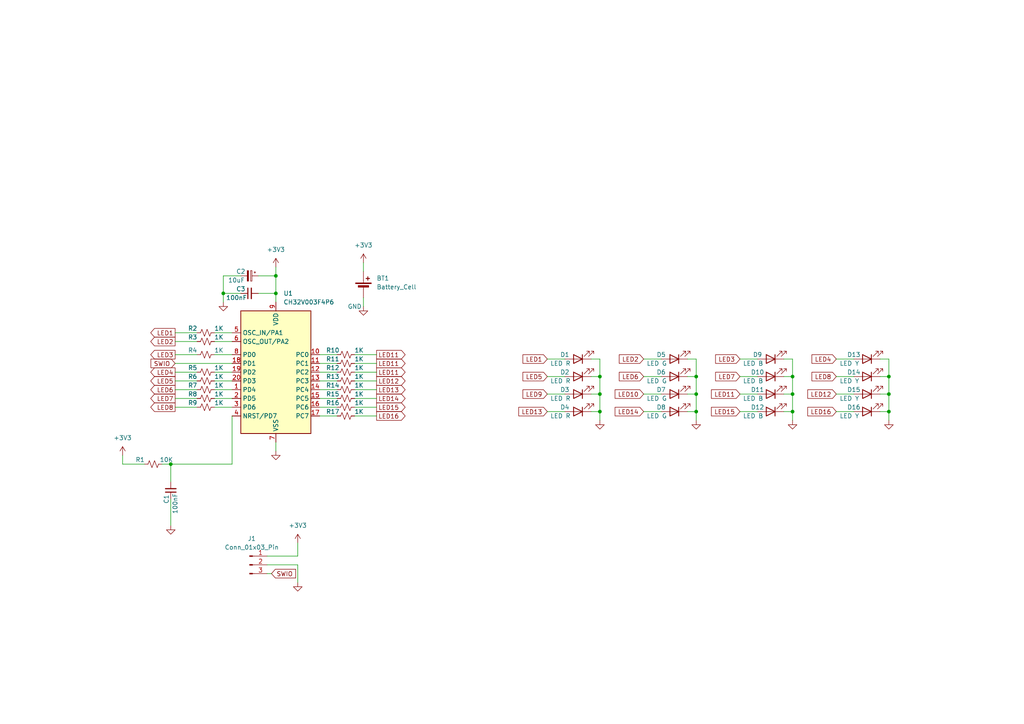
<source format=kicad_sch>
(kicad_sch (version 20230121) (generator eeschema)
  (paper "A4")
  (lib_symbols
    (symbol "Connector:Conn_01x03_Pin" (pin_names (offset 1.016) hide)
      (property "Reference" "J" (at 0 5.08 0))
      (property "Value" "Conn_01x03_Pin" (at 0 -5.08 0))
      (symbol "Conn_01x03_Pin_1_1"
        (polyline (pts (xy 1.27 -2.54) (xy 0.8636 -2.54)) (stroke (width 0.1524)))
        (polyline (pts (xy 1.27 0) (xy 0.8636 0)) (stroke (width 0.1524)))
        (polyline (pts (xy 1.27 2.54) (xy 0.8636 2.54)) (stroke (width 0.1524)))
        (rectangle (start 0.8636 -2.413) (end 0 -2.667) (stroke (width 0.1524)) (fill (type outline)))
        (rectangle (start 0.8636 0.127) (end 0 -0.127) (stroke (width 0.1524)) (fill (type outline)))
        (rectangle (start 0.8636 2.667) (end 0 2.413) (stroke (width 0.1524)) (fill (type outline)))
        (pin passive line (at 5.08 2.54 180) (length 3.81) (name "Pin_1") (number "1"))
        (pin passive line (at 5.08 0 180) (length 3.81) (name "Pin_2") (number "2"))
        (pin passive line (at 5.08 -2.54 180) (length 3.81) (name "Pin_3") (number "3"))
      )
    )
    (symbol "Device:Battery_Cell" (pin_numbers hide) (pin_names (offset 0) hide)
      (property "Reference" "BT" (at 2.54 2.54 0))
      (property "Value" "Battery_Cell" (at 2.54 0 0))
      (symbol "Battery_Cell_0_1"
        (rectangle (start -2.286 1.778) (end 2.286 1.524) (fill (type outline)))
        (rectangle (start -1.524 1.016) (end 1.524 0.508) (fill (type outline)))
        (polyline (pts (xy 0 0.762) (xy 0 0)))
        (polyline (pts (xy 0 1.778) (xy 0 2.54)))
        (polyline (pts (xy 0.762 3.048) (xy 1.778 3.048)) (stroke (width 0.254)))
        (polyline (pts (xy 1.27 3.556) (xy 1.27 2.54)) (stroke (width 0.254)))
      )
      (symbol "Battery_Cell_1_1"
        (pin passive line (at 0 5.08 270) (length 2.54) (name "+") (number "1"))
        (pin passive line (at 0 -2.54 90) (length 2.54) (name "-") (number "2"))
      )
    )
    (symbol "Device:C_Polarized_Small" (pin_numbers hide) (pin_names (offset 0.254) hide)
      (property "Reference" "C" (at 0.254 1.778 0))
      (property "Value" "C_Polarized_Small" (at 0.254 -2.032 0))
      (symbol "C_Polarized_Small_0_1"
        (rectangle (start -1.524 -0.3048) (end 1.524 -0.6858) (fill (type outline)))
        (rectangle (start -1.524 0.6858) (end 1.524 0.3048))
        (polyline (pts (xy -1.27 1.524) (xy -0.762 1.524)))
        (polyline (pts (xy -1.016 1.27) (xy -1.016 1.778)))
      )
      (symbol "C_Polarized_Small_1_1"
        (pin passive line (at 0 2.54 270) (length 1.8542) (name "~") (number "1"))
        (pin passive line (at 0 -2.54 90) (length 1.8542) (name "~") (number "2"))
      )
    )
    (symbol "Device:C_Small" (pin_numbers hide) (pin_names (offset 0.254) hide)
      (property "Reference" "C" (at 0.254 1.778 0))
      (property "Value" "C_Small" (at 0.254 -2.032 0))
      (symbol "C_Small_0_1"
        (polyline (pts (xy -1.524 -0.508) (xy 1.524 -0.508)) (stroke (width 0.3302)))
        (polyline (pts (xy -1.524 0.508) (xy 1.524 0.508)) (stroke (width 0.3048)))
      )
      (symbol "C_Small_1_1"
        (pin passive line (at 0 2.54 270) (length 2.032) (name "~") (number "1"))
        (pin passive line (at 0 -2.54 90) (length 2.032) (name "~") (number "2"))
      )
    )
    (symbol "Device:LED" (pin_numbers hide) (pin_names (offset 1.016) hide)
      (property "Reference" "D" (at 0 2.54 0))
      (property "Value" "LED" (at 0 -2.54 0))
      (symbol "LED_0_1"
        (polyline (pts (xy -1.27 -1.27) (xy -1.27 1.27)) (stroke (width 0.254)))
        (polyline (pts (xy -1.27 0) (xy 1.27 0)))
        (polyline (pts (xy 1.27 -1.27) (xy 1.27 1.27) (xy -1.27 0) (xy 1.27 -1.27)) (stroke (width 0.254)))
        (polyline (pts (xy -3.048 -0.762) (xy -4.572 -2.286) (xy -3.81 -2.286) (xy -4.572 -2.286) (xy -4.572 -1.524)))
        (polyline (pts (xy -1.778 -0.762) (xy -3.302 -2.286) (xy -2.54 -2.286) (xy -3.302 -2.286) (xy -3.302 -1.524)))
      )
      (symbol "LED_1_1"
        (pin passive line (at -3.81 0 0) (length 2.54) (name "K") (number "1"))
        (pin passive line (at 3.81 0 180) (length 2.54) (name "A") (number "2"))
      )
    )
    (symbol "Device:R_Small_US" (pin_numbers hide) (pin_names (offset 0.254) hide)
      (property "Reference" "R" (at 0.762 0.508 0))
      (property "Value" "R_Small_US" (at 0.762 -1.016 0))
      (symbol "R_Small_US_1_1"
        (polyline (pts (xy 0 0) (xy 1.016 -0.381) (xy 0 -0.762) (xy -1.016 -1.143) (xy 0 -1.524)))
        (polyline (pts (xy 0 1.524) (xy 1.016 1.143) (xy 0 0.762) (xy -1.016 0.381) (xy 0 0)))
        (pin passive line (at 0 2.54 270) (length 1.016) (name "~") (number "1"))
        (pin passive line (at 0 -2.54 90) (length 1.016) (name "~") (number "2"))
      )
    )
    (symbol "power:+3V3" (power) (pin_names (offset 0))
      (property "Value" "+3V3" (at 0 3.556 0))
      (symbol "+3V3_0_1"
        (polyline (pts (xy -0.762 1.27) (xy 0 2.54)))
        (polyline (pts (xy 0 0) (xy 0 2.54)))
        (polyline (pts (xy 0 2.54) (xy 0.762 1.27)))
      )
      (symbol "+3V3_1_1"
        (pin power_in line (at 0 0 90) (length 0) hide (name "+3V3") (number "1"))
      )
    )
    (symbol "power:GND" (power) (pin_names (offset 0))
      (property "Value" "GND" (at 0 -3.81 0))
      (symbol "GND_0_1"
        (polyline (pts (xy 0 0) (xy 0 -1.27) (xy 1.27 -1.27) (xy 0 -2.54) (xy -1.27 -1.27) (xy 0 -1.27)))
      )
      (symbol "GND_1_1"
        (pin power_in line (at 0 0 270) (length 0) hide (name "GND") (number "1"))
      )
    )
    (symbol "wch_mcu:CH32V003F4P6"
      (property "Reference" "U" (at 15.24 -24.13 0))
      (property "Value" "CH32V003F4P6" (at 16.51 -21.59 0))
      (symbol "CH32V003F4P6_0_1"
        (rectangle (start -10.16 17.78) (end 10.16 -17.78) (stroke (width 0.254)) (fill (type background)))
      )
      (symbol "CH32V003F4P6_1_1"
        (pin bidirectional line (at -12.7 -5.08 0) (length 2.54) (name "PD4") (number "1"))
        (pin bidirectional line (at 12.7 5.08 180) (length 2.54) (name "PC0") (number "10"))
        (pin bidirectional line (at 12.7 2.54 180) (length 2.54) (name "PC1") (number "11"))
        (pin bidirectional line (at 12.7 0 180) (length 2.54) (name "PC2") (number "12"))
        (pin bidirectional line (at 12.7 -2.54 180) (length 2.54) (name "PC3") (number "13"))
        (pin bidirectional line (at 12.7 -5.08 180) (length 2.54) (name "PC4") (number "14"))
        (pin bidirectional line (at 12.7 -7.62 180) (length 2.54) (name "PC5") (number "15"))
        (pin bidirectional line (at 12.7 -10.16 180) (length 2.54) (name "PC6") (number "16"))
        (pin bidirectional line (at 12.7 -12.7 180) (length 2.54) (name "PC7") (number "17"))
        (pin bidirectional line (at -12.7 2.54 0) (length 2.54) (name "PD1") (number "18"))
        (pin bidirectional line (at -12.7 0 0) (length 2.54) (name "PD2") (number "19"))
        (pin bidirectional line (at -12.7 -7.62 0) (length 2.54) (name "PD5") (number "2"))
        (pin bidirectional line (at -12.7 -2.54 0) (length 2.54) (name "PD3") (number "20"))
        (pin bidirectional line (at -12.7 -10.16 0) (length 2.54) (name "PD6") (number "3"))
        (pin input line (at -12.7 -12.7 0) (length 2.54) (name "NRST/PD7") (number "4"))
        (pin input line (at -12.7 11.43 0) (length 2.54) (name "OSC_IN/PA1") (number "5"))
        (pin input line (at -12.7 8.89 0) (length 2.54) (name "OSC_OUT/PA2") (number "6"))
        (pin power_in line (at 0 -20.32 90) (length 2.54) (name "VSS") (number "7"))
        (pin bidirectional line (at -12.7 5.08 0) (length 2.54) (name "PD0") (number "8"))
        (pin power_in line (at 0 20.32 270) (length 2.54) (name "VDD") (number "9"))
      )
    )
  )
  (junction (at 257.81 114.3))
  (junction (at 80.01 80.01))
  (junction (at 229.87 119.38))
  (junction (at 257.81 119.38))
  (junction (at 64.77 85.09))
  (junction (at 49.53 134.62))
  (junction (at 201.93 109.22))
  (junction (at 173.99 119.38))
  (junction (at 201.93 114.3))
  (junction (at 173.99 114.3))
  (junction (at 229.87 114.3))
  (junction (at 80.01 85.09))
  (junction (at 257.81 109.22))
  (junction (at 173.99 109.22))
  (junction (at 229.87 109.22))
  (junction (at 201.93 119.38))
  (wire (pts (xy 229.87 114.3) (xy 229.87 119.38)))
  (wire (pts (xy 227.33 114.3) (xy 229.87 114.3)))
  (wire (pts (xy 86.36 163.83) (xy 86.36 168.91)))
  (wire (pts (xy 186.69 109.22) (xy 191.77 109.22)))
  (wire (pts (xy 158.75 104.14) (xy 163.83 104.14)))
  (wire (pts (xy 67.31 134.62) (xy 67.31 120.65)))
  (wire (pts (xy 92.71 107.95) (xy 97.79 107.95)))
  (wire (pts (xy 92.71 102.87) (xy 97.79 102.87)))
  (wire (pts (xy 255.27 104.14) (xy 257.81 104.14)))
  (wire (pts (xy 257.81 114.3) (xy 257.81 119.38)))
  (wire (pts (xy 105.41 86.36) (xy 105.41 88.9)))
  (wire (pts (xy 80.01 130.81) (xy 80.01 128.27)))
  (wire (pts (xy 62.23 115.57) (xy 67.31 115.57)))
  (wire (pts (xy 62.23 99.06) (xy 67.31 99.06)))
  (wire (pts (xy 199.39 114.3) (xy 201.93 114.3)))
  (wire (pts (xy 227.33 109.22) (xy 229.87 109.22)))
  (wire (pts (xy 50.8 96.52) (xy 57.15 96.52)))
  (wire (pts (xy 102.87 115.57) (xy 109.22 115.57)))
  (wire (pts (xy 173.99 109.22) (xy 173.99 114.3)))
  (wire (pts (xy 229.87 109.22) (xy 229.87 114.3)))
  (wire (pts (xy 201.93 109.22) (xy 201.93 114.3)))
  (wire (pts (xy 86.36 157.48) (xy 86.36 161.29)))
  (wire (pts (xy 102.87 118.11) (xy 109.22 118.11)))
  (wire (pts (xy 50.8 113.03) (xy 57.15 113.03)))
  (wire (pts (xy 242.57 109.22) (xy 247.65 109.22)))
  (wire (pts (xy 92.71 113.03) (xy 97.79 113.03)))
  (wire (pts (xy 50.8 107.95) (xy 57.15 107.95)))
  (wire (pts (xy 171.45 114.3) (xy 173.99 114.3)))
  (wire (pts (xy 74.93 80.01) (xy 80.01 80.01)))
  (wire (pts (xy 46.99 134.62) (xy 49.53 134.62)))
  (wire (pts (xy 80.01 80.01) (xy 80.01 85.09)))
  (wire (pts (xy 64.77 80.01) (xy 64.77 85.09)))
  (wire (pts (xy 80.01 85.09) (xy 80.01 87.63)))
  (wire (pts (xy 242.57 104.14) (xy 247.65 104.14)))
  (wire (pts (xy 77.47 163.83) (xy 86.36 163.83)))
  (wire (pts (xy 67.31 134.62) (xy 49.53 134.62)))
  (wire (pts (xy 102.87 107.95) (xy 109.22 107.95)))
  (wire (pts (xy 49.53 144.78) (xy 49.53 152.4)))
  (wire (pts (xy 186.69 119.38) (xy 191.77 119.38)))
  (wire (pts (xy 102.87 110.49) (xy 109.22 110.49)))
  (wire (pts (xy 199.39 119.38) (xy 201.93 119.38)))
  (wire (pts (xy 62.23 107.95) (xy 67.31 107.95)))
  (wire (pts (xy 255.27 119.38) (xy 257.81 119.38)))
  (wire (pts (xy 214.63 114.3) (xy 219.71 114.3)))
  (wire (pts (xy 64.77 85.09) (xy 64.77 87.63)))
  (wire (pts (xy 62.23 102.87) (xy 67.31 102.87)))
  (wire (pts (xy 50.8 102.87) (xy 57.15 102.87)))
  (wire (pts (xy 255.27 109.22) (xy 257.81 109.22)))
  (wire (pts (xy 201.93 114.3) (xy 201.93 119.38)))
  (wire (pts (xy 173.99 119.38) (xy 173.99 121.92)))
  (wire (pts (xy 64.77 85.09) (xy 69.85 85.09)))
  (wire (pts (xy 102.87 120.65) (xy 109.22 120.65)))
  (wire (pts (xy 171.45 109.22) (xy 173.99 109.22)))
  (wire (pts (xy 227.33 119.38) (xy 229.87 119.38)))
  (wire (pts (xy 214.63 104.14) (xy 219.71 104.14)))
  (wire (pts (xy 92.71 118.11) (xy 97.79 118.11)))
  (wire (pts (xy 92.71 110.49) (xy 97.79 110.49)))
  (wire (pts (xy 62.23 110.49) (xy 67.31 110.49)))
  (wire (pts (xy 173.99 114.3) (xy 173.99 119.38)))
  (wire (pts (xy 158.75 119.38) (xy 163.83 119.38)))
  (wire (pts (xy 50.8 110.49) (xy 57.15 110.49)))
  (wire (pts (xy 69.85 80.01) (xy 64.77 80.01)))
  (wire (pts (xy 49.53 134.62) (xy 49.53 139.7)))
  (wire (pts (xy 255.27 114.3) (xy 257.81 114.3)))
  (wire (pts (xy 74.93 85.09) (xy 80.01 85.09)))
  (wire (pts (xy 186.69 114.3) (xy 191.77 114.3)))
  (wire (pts (xy 102.87 102.87) (xy 109.22 102.87)))
  (wire (pts (xy 173.99 104.14) (xy 173.99 109.22)))
  (wire (pts (xy 171.45 119.38) (xy 173.99 119.38)))
  (wire (pts (xy 80.01 77.47) (xy 80.01 80.01)))
  (wire (pts (xy 92.71 120.65) (xy 97.79 120.65)))
  (wire (pts (xy 102.87 113.03) (xy 109.22 113.03)))
  (wire (pts (xy 201.93 119.38) (xy 201.93 121.92)))
  (wire (pts (xy 158.75 109.22) (xy 163.83 109.22)))
  (wire (pts (xy 92.71 115.57) (xy 97.79 115.57)))
  (wire (pts (xy 214.63 119.38) (xy 219.71 119.38)))
  (wire (pts (xy 186.69 104.14) (xy 191.77 104.14)))
  (wire (pts (xy 50.8 99.06) (xy 57.15 99.06)))
  (wire (pts (xy 199.39 109.22) (xy 201.93 109.22)))
  (wire (pts (xy 227.33 104.14) (xy 229.87 104.14)))
  (wire (pts (xy 62.23 113.03) (xy 67.31 113.03)))
  (wire (pts (xy 92.71 105.41) (xy 97.79 105.41)))
  (wire (pts (xy 50.8 118.11) (xy 57.15 118.11)))
  (wire (pts (xy 50.8 115.57) (xy 57.15 115.57)))
  (wire (pts (xy 86.36 161.29) (xy 77.47 161.29)))
  (wire (pts (xy 242.57 114.3) (xy 247.65 114.3)))
  (wire (pts (xy 50.8 105.41) (xy 67.31 105.41)))
  (wire (pts (xy 35.56 134.62) (xy 35.56 132.08)))
  (wire (pts (xy 199.39 104.14) (xy 201.93 104.14)))
  (wire (pts (xy 229.87 104.14) (xy 229.87 109.22)))
  (wire (pts (xy 62.23 118.11) (xy 67.31 118.11)))
  (wire (pts (xy 62.23 96.52) (xy 67.31 96.52)))
  (wire (pts (xy 257.81 104.14) (xy 257.81 109.22)))
  (wire (pts (xy 229.87 119.38) (xy 229.87 121.92)))
  (wire (pts (xy 158.75 114.3) (xy 163.83 114.3)))
  (wire (pts (xy 78.74 166.37) (xy 77.47 166.37)))
  (wire (pts (xy 171.45 104.14) (xy 173.99 104.14)))
  (wire (pts (xy 257.81 119.38) (xy 257.81 121.92)))
  (wire (pts (xy 257.81 109.22) (xy 257.81 114.3)))
  (wire (pts (xy 214.63 109.22) (xy 219.71 109.22)))
  (wire (pts (xy 41.91 134.62) (xy 35.56 134.62)))
  (wire (pts (xy 201.93 104.14) (xy 201.93 109.22)))
  (wire (pts (xy 102.87 105.41) (xy 109.22 105.41)))
  (wire (pts (xy 242.57 119.38) (xy 247.65 119.38)))
  (wire (pts (xy 105.41 76.2) (xy 105.41 78.74)))
  (global_label "LED13" (shape output) (at 109.22 113.03 0) (property "Intersheetrefs" "${INTERSHEET_REFS}" (effects hide)))
  (global_label "LED4" (shape input) (at 242.57 104.14 180) (property "Intersheetrefs" "${INTERSHEET_REFS}" (effects hide)))
  (global_label "LED15" (shape input) (at 214.63 119.38 180) (property "Intersheetrefs" "${INTERSHEET_REFS}" (effects hide)))
  (global_label "LED5" (shape output) (at 50.8 110.49 180) (property "Intersheetrefs" "${INTERSHEET_REFS}" (effects hide)))
  (global_label "LED8" (shape output) (at 50.8 118.11 180) (property "Intersheetrefs" "${INTERSHEET_REFS}" (effects hide)))
  (global_label "LED12" (shape output) (at 109.22 110.49 0) (property "Intersheetrefs" "${INTERSHEET_REFS}" (effects hide)))
  (global_label "LED3" (shape input) (at 214.63 104.14 180) (property "Intersheetrefs" "${INTERSHEET_REFS}" (effects hide)))
  (global_label "LED13" (shape input) (at 158.75 119.38 180) (property "Intersheetrefs" "${INTERSHEET_REFS}" (effects hide)))
  (global_label "LED10" (shape input) (at 186.69 114.3 180) (property "Intersheetrefs" "${INTERSHEET_REFS}" (effects hide)))
  (global_label "LED16" (shape input) (at 242.57 119.38 180) (property "Intersheetrefs" "${INTERSHEET_REFS}" (effects hide)))
  (global_label "LED2" (shape input) (at 186.69 104.14 180) (property "Intersheetrefs" "${INTERSHEET_REFS}" (effects hide)))
  (global_label "LED14" (shape input) (at 186.69 119.38 180) (property "Intersheetrefs" "${INTERSHEET_REFS}" (effects hide)))
  (global_label "LED7" (shape output) (at 50.8 115.57 180) (property "Intersheetrefs" "${INTERSHEET_REFS}" (effects hide)))
  (global_label "LED9" (shape input) (at 158.75 114.3 180) (property "Intersheetrefs" "${INTERSHEET_REFS}" (effects hide)))
  (global_label "LED11" (shape output) (at 109.22 102.87 0) (property "Intersheetrefs" "${INTERSHEET_REFS}" (effects hide)))
  (global_label "LED11" (shape output) (at 109.22 107.95 0) (property "Intersheetrefs" "${INTERSHEET_REFS}" (effects hide)))
  (global_label "LED4" (shape output) (at 50.8 107.95 180) (property "Intersheetrefs" "${INTERSHEET_REFS}" (effects hide)))
  (global_label "LED15" (shape output) (at 109.22 118.11 0) (property "Intersheetrefs" "${INTERSHEET_REFS}" (effects hide)))
  (global_label "LED7" (shape input) (at 214.63 109.22 180) (property "Intersheetrefs" "${INTERSHEET_REFS}" (effects hide)))
  (global_label "LED12" (shape input) (at 242.57 114.3 180) (property "Intersheetrefs" "${INTERSHEET_REFS}" (effects hide)))
  (global_label "LED11" (shape input) (at 214.63 114.3 180) (property "Intersheetrefs" "${INTERSHEET_REFS}" (effects hide)))
  (global_label "LED2" (shape output) (at 50.8 99.06 180) (property "Intersheetrefs" "${INTERSHEET_REFS}" (effects hide)))
  (global_label "SWIO" (shape input) (at 50.8 105.41 180) (property "Intersheetrefs" "${INTERSHEET_REFS}" (effects hide)))
  (global_label "SWIO" (shape input) (at 78.74 166.37 0) (property "Intersheetrefs" "${INTERSHEET_REFS}" (effects hide)))
  (global_label "LED5" (shape input) (at 158.75 109.22 180) (property "Intersheetrefs" "${INTERSHEET_REFS}" (effects hide)))
  (global_label "LED8" (shape input) (at 242.57 109.22 180) (property "Intersheetrefs" "${INTERSHEET_REFS}" (effects hide)))
  (global_label "LED6" (shape output) (at 50.8 113.03 180) (property "Intersheetrefs" "${INTERSHEET_REFS}" (effects hide)))
  (global_label "LED6" (shape input) (at 186.69 109.22 180) (property "Intersheetrefs" "${INTERSHEET_REFS}" (effects hide)))
  (global_label "LED16" (shape output) (at 109.22 120.65 0) (property "Intersheetrefs" "${INTERSHEET_REFS}" (effects hide)))
  (global_label "LED11" (shape output) (at 109.22 105.41 0) (property "Intersheetrefs" "${INTERSHEET_REFS}" (effects hide)))
  (global_label "LED1" (shape input) (at 158.75 104.14 180) (property "Intersheetrefs" "${INTERSHEET_REFS}" (effects hide)))
  (global_label "LED1" (shape output) (at 50.8 96.52 180) (property "Intersheetrefs" "${INTERSHEET_REFS}" (effects hide)))
  (global_label "LED3" (shape output) (at 50.8 102.87 180) (property "Intersheetrefs" "${INTERSHEET_REFS}" (effects hide)))
  (global_label "LED14" (shape output) (at 109.22 115.57 0) (property "Intersheetrefs" "${INTERSHEET_REFS}" (effects hide)))
  (symbol (lib_id "Device:R_Small_US") (at 100.33 113.03 90) (unit 1)
    (property "Reference" "R14" (at 96.52 111.76 90))
    (property "Value" "1K" (at 104.14 111.76 90))
    (property "Footprint" "Resistor_SMD:R_0603_1608Metric_Pad0.98x0.95mm_HandSolder" (effects hide))
  )
  (symbol (lib_id "Device:R_Small_US") (at 100.33 107.95 90) (unit 1)
    (property "Reference" "R12" (at 96.52 106.68 90))
    (property "Value" "1K" (at 104.14 106.68 90))
    (property "Footprint" "Resistor_SMD:R_0603_1608Metric_Pad0.98x0.95mm_HandSolder" (effects hide))
  )
  (symbol (lib_id "Device:R_Small_US") (at 59.69 99.06 90) (unit 1)
    (property "Reference" "R3" (at 55.88 97.79 90))
    (property "Value" "1K" (at 63.5 97.79 90))
    (property "Footprint" "Resistor_SMD:R_0603_1608Metric_Pad0.98x0.95mm_HandSolder" (effects hide))
  )
  (symbol (lib_id "Device:R_Small_US") (at 59.69 96.52 90) (unit 1)
    (property "Reference" "R2" (at 55.88 95.25 90))
    (property "Value" "1K" (at 63.5 95.25 90))
    (property "Footprint" "Resistor_SMD:R_0603_1608Metric_Pad0.98x0.95mm_HandSolder" (effects hide))
  )
  (symbol (lib_id "Device:LED") (at 195.58 109.22 180) (unit 1)
    (property "Reference" "D6" (at 191.77 107.95 0))
    (property "Value" "LED G" (at 190.5 110.49 0))
    (property "Footprint" "LED_THT:LED_D5.0mm" (effects hide))
  )
  (symbol (lib_id "Device:R_Small_US") (at 100.33 115.57 90) (unit 1)
    (property "Reference" "R15" (at 96.52 114.3 90))
    (property "Value" "1K" (at 104.14 114.3 90))
    (property "Footprint" "Resistor_SMD:R_0603_1608Metric_Pad0.98x0.95mm_HandSolder" (effects hide))
  )
  (symbol (lib_id "Device:Battery_Cell") (at 105.41 83.82 0) (unit 1)
    (property "Reference" "BT1" (at 109.22 80.7085 0) (effects (justify left)))
    (property "Value" "Battery_Cell" (at 109.22 83.2485 0) (effects (justify left)))
    (property "Footprint" "Battery:BatteryHolder_Keystone_3002_1x2032" (effects hide))
  )
  (symbol (lib_id "Device:R_Small_US") (at 59.69 107.95 90) (unit 1)
    (property "Reference" "R5" (at 55.88 106.68 90))
    (property "Value" "1K" (at 63.5 106.68 90))
    (property "Footprint" "Resistor_SMD:R_0603_1608Metric_Pad0.98x0.95mm_HandSolder" (effects hide))
  )
  (symbol (lib_id "Device:R_Small_US") (at 59.69 115.57 90) (unit 1)
    (property "Reference" "R8" (at 55.88 114.3 90))
    (property "Value" "1K" (at 63.5 114.3 90))
    (property "Footprint" "Resistor_SMD:R_0603_1608Metric_Pad0.98x0.95mm_HandSolder" (effects hide))
  )
  (symbol (lib_id "Device:LED") (at 223.52 104.14 180) (unit 1)
    (property "Reference" "D9" (at 219.71 102.87 0))
    (property "Value" "LED B" (at 218.44 105.41 0))
    (property "Footprint" "LED_THT:LED_D5.0mm" (effects hide))
  )
  (symbol (lib_id "power:+3V3") (at 35.56 132.08 0) (unit 1)
    (property "Reference" "#PWR01" (effects hide))
    (property "Value" "+3V3" (at 35.56 127 0))
  )
  (symbol (lib_id "power:GND") (at 86.36 168.91 0) (unit 1)
    (property "Reference" "#PWR013" (effects hide))
    (property "Value" "GND" (effects hide))
  )
  (symbol (lib_id "Device:R_Small_US") (at 59.69 110.49 90) (unit 1)
    (property "Reference" "R6" (at 55.88 109.22 90))
    (property "Value" "1K" (at 63.5 109.22 90))
    (property "Footprint" "Resistor_SMD:R_0603_1608Metric_Pad0.98x0.95mm_HandSolder" (effects hide))
  )
  (symbol (lib_id "Device:LED") (at 223.52 109.22 180) (unit 1)
    (property "Reference" "D10" (at 219.71 107.95 0))
    (property "Value" "LED B" (at 218.44 110.49 0))
    (property "Footprint" "LED_THT:LED_D5.0mm" (effects hide))
  )
  (symbol (lib_id "Device:LED") (at 167.64 109.22 180) (unit 1)
    (property "Reference" "D2" (at 163.83 107.95 0))
    (property "Value" "LED R" (at 162.56 110.49 0))
    (property "Footprint" "LED_THT:LED_D5.0mm" (effects hide))
  )
  (symbol (lib_id "wch_mcu:CH32V003F4P6") (at 80.01 107.95 0) (unit 1)
    (property "Reference" "U1" (at 82.2041 85.09 0) (effects (justify left)))
    (property "Value" "CH32V003F4P6" (at 82.2041 87.63 0) (effects (justify left)))
    (property "Footprint" "Package_SO:TSSOP-20_4.4x6.5mm_P0.65mm" (effects hide))
    (property "Datasheet" "http://www.wch-ic.com/downloads/CH32V003DS0_PDF.html" (effects hide))
  )
  (symbol (lib_id "Device:R_Small_US") (at 100.33 110.49 90) (unit 1)
    (property "Reference" "R13" (at 96.52 109.22 90))
    (property "Value" "1K" (at 104.14 109.22 90))
    (property "Footprint" "Resistor_SMD:R_0603_1608Metric_Pad0.98x0.95mm_HandSolder" (effects hide))
  )
  (symbol (lib_id "Device:LED") (at 223.52 119.38 180) (unit 1)
    (property "Reference" "D12" (at 219.71 118.11 0))
    (property "Value" "LED B" (at 218.44 120.65 0))
    (property "Footprint" "LED_THT:LED_D5.0mm" (effects hide))
  )
  (symbol (lib_id "power:GND") (at 257.81 121.92 0) (unit 1)
    (property "Reference" "#PWR011" (effects hide))
    (property "Value" "GND" (effects hide))
  )
  (symbol (lib_id "Device:C_Small") (at 49.53 142.24 180) (unit 1)
    (property "Reference" "C1" (at 48.26 144.78 90))
    (property "Value" "100nF" (at 50.8 146.05 90))
    (property "Footprint" "Capacitor_SMD:C_0603_1608Metric_Pad1.08x0.95mm_HandSolder" (effects hide))
  )
  (symbol (lib_id "power:+3V3") (at 105.41 76.2 0) (unit 1)
    (property "Reference" "#PWR06" (effects hide))
    (property "Value" "+3V3" (at 105.41 71.12 0))
  )
  (symbol (lib_id "Device:LED") (at 167.64 104.14 180) (unit 1)
    (property "Reference" "D1" (at 163.83 102.87 0))
    (property "Value" "LED R" (at 162.56 105.41 0))
    (property "Footprint" "LED_THT:LED_D5.0mm" (effects hide))
  )
  (symbol (lib_id "power:GND") (at 105.41 88.9 0) (unit 1)
    (property "Reference" "#PWR07" (effects hide))
    (property "Value" "GND" (at 102.87 88.9 0))
  )
  (symbol (lib_id "Device:LED") (at 251.46 119.38 180) (unit 1)
    (property "Reference" "D16" (at 247.65 118.11 0))
    (property "Value" "LED Y" (at 246.38 120.65 0))
    (property "Footprint" "LED_THT:LED_D5.0mm" (effects hide))
  )
  (symbol (lib_id "Device:LED") (at 251.46 109.22 180) (unit 1)
    (property "Reference" "D14" (at 247.65 107.95 0))
    (property "Value" "LED Y" (at 246.38 110.49 0))
    (property "Footprint" "LED_THT:LED_D5.0mm" (effects hide))
  )
  (symbol (lib_id "Device:LED") (at 167.64 119.38 180) (unit 1)
    (property "Reference" "D4" (at 163.83 118.11 0))
    (property "Value" "LED R" (at 162.56 120.65 0))
    (property "Footprint" "LED_THT:LED_D5.0mm" (effects hide))
  )
  (symbol (lib_id "power:GND") (at 49.53 152.4 0) (unit 1)
    (property "Reference" "#PWR02" (effects hide))
    (property "Value" "GND" (effects hide))
  )
  (symbol (lib_id "Device:LED") (at 167.64 114.3 180) (unit 1)
    (property "Reference" "D3" (at 163.83 113.03 0))
    (property "Value" "LED R" (at 162.56 115.57 0))
    (property "Footprint" "LED_THT:LED_D5.0mm" (effects hide))
  )
  (symbol (lib_id "Device:LED") (at 251.46 114.3 180) (unit 1)
    (property "Reference" "D15" (at 247.65 113.03 0))
    (property "Value" "LED Y" (at 246.38 115.57 0))
    (property "Footprint" "LED_THT:LED_D5.0mm" (effects hide))
  )
  (symbol (lib_id "Device:LED") (at 223.52 114.3 180) (unit 1)
    (property "Reference" "D11" (at 219.71 113.03 0))
    (property "Value" "LED B" (at 218.44 115.57 0))
    (property "Footprint" "LED_THT:LED_D5.0mm" (effects hide))
  )
  (symbol (lib_id "Device:R_Small_US") (at 100.33 105.41 90) (unit 1)
    (property "Reference" "R11" (at 96.52 104.14 90))
    (property "Value" "1K" (at 104.14 104.14 90))
    (property "Footprint" "Resistor_SMD:R_0603_1608Metric_Pad0.98x0.95mm_HandSolder" (effects hide))
  )
  (symbol (lib_id "Device:R_Small_US") (at 100.33 102.87 90) (unit 1)
    (property "Reference" "R10" (at 96.52 101.6 90))
    (property "Value" "1K" (at 104.14 101.6 90))
    (property "Footprint" "Resistor_SMD:R_0603_1608Metric_Pad0.98x0.95mm_HandSolder" (effects hide))
  )
  (symbol (lib_id "Device:LED") (at 195.58 104.14 180) (unit 1)
    (property "Reference" "D5" (at 191.77 102.87 0))
    (property "Value" "LED G" (at 190.5 105.41 0))
    (property "Footprint" "LED_THT:LED_D5.0mm" (effects hide))
  )
  (symbol (lib_id "Device:C_Polarized_Small") (at 72.39 80.01 270) (unit 1)
    (property "Reference" "C2" (at 69.85 78.74 90))
    (property "Value" "10uF" (at 68.58 81.28 90))
    (property "Footprint" "Capacitor_SMD:C_0805_2012Metric_Pad1.18x1.45mm_HandSolder" (effects hide))
  )
  (symbol (lib_id "power:+3V3") (at 80.01 77.47 0) (unit 1)
    (property "Reference" "#PWR04" (effects hide))
    (property "Value" "+3V3" (at 80.01 72.39 0))
  )
  (symbol (lib_id "Device:LED") (at 195.58 119.38 180) (unit 1)
    (property "Reference" "D8" (at 191.77 118.11 0))
    (property "Value" "LED G" (at 190.5 120.65 0))
    (property "Footprint" "LED_THT:LED_D5.0mm" (effects hide))
  )
  (symbol (lib_id "power:+3V3") (at 86.36 157.48 0) (unit 1)
    (property "Reference" "#PWR012" (effects hide))
    (property "Value" "+3V3" (at 86.36 152.4 0))
  )
  (symbol (lib_id "Device:R_Small_US") (at 59.69 118.11 90) (unit 1)
    (property "Reference" "R9" (at 55.88 116.84 90))
    (property "Value" "1K" (at 63.5 116.84 90))
    (property "Footprint" "Resistor_SMD:R_0603_1608Metric_Pad0.98x0.95mm_HandSolder" (effects hide))
  )
  (symbol (lib_id "power:GND") (at 173.99 121.92 0) (unit 1)
    (property "Reference" "#PWR08" (effects hide))
    (property "Value" "GND" (effects hide))
  )
  (symbol (lib_id "Device:R_Small_US") (at 100.33 118.11 90) (unit 1)
    (property "Reference" "R16" (at 96.52 116.84 90))
    (property "Value" "1K" (at 104.14 116.84 90))
    (property "Footprint" "Resistor_SMD:R_0603_1608Metric_Pad0.98x0.95mm_HandSolder" (effects hide))
  )
  (symbol (lib_id "Device:R_Small_US") (at 100.33 120.65 90) (unit 1)
    (property "Reference" "R17" (at 96.52 119.38 90))
    (property "Value" "1K" (at 104.14 119.38 90))
    (property "Footprint" "Resistor_SMD:R_0603_1608Metric_Pad0.98x0.95mm_HandSolder" (effects hide))
  )
  (symbol (lib_id "power:GND") (at 80.01 130.81 0) (unit 1)
    (property "Reference" "#PWR05" (effects hide))
    (property "Value" "GND" (effects hide))
  )
  (symbol (lib_id "Device:R_Small_US") (at 44.45 134.62 90) (unit 1)
    (property "Reference" "R1" (at 40.64 133.35 90))
    (property "Value" "10K" (at 48.26 133.35 90))
    (property "Footprint" "Resistor_SMD:R_0603_1608Metric_Pad0.98x0.95mm_HandSolder" (effects hide))
  )
  (symbol (lib_id "Connector:Conn_01x03_Pin") (at 72.39 163.83 0) (unit 1)
    (property "Reference" "J1" (at 73.025 156.21 0))
    (property "Value" "Conn_01x03_Pin" (at 73.025 158.75 0))
    (property "Footprint" "Connector_PinHeader_2.54mm:PinHeader_1x03_P2.54mm_Vertical" (effects hide))
  )
  (symbol (lib_id "power:GND") (at 64.77 87.63 0) (unit 1)
    (property "Reference" "#PWR03" (effects hide))
    (property "Value" "GND" (effects hide))
  )
  (symbol (lib_id "Device:LED") (at 251.46 104.14 180) (unit 1)
    (property "Reference" "D13" (at 247.65 102.87 0))
    (property "Value" "LED Y" (at 246.38 105.41 0))
    (property "Footprint" "LED_THT:LED_D5.0mm" (effects hide))
  )
  (symbol (lib_id "Device:C_Small") (at 72.39 85.09 90) (unit 1)
    (property "Reference" "C3" (at 69.85 83.82 90))
    (property "Value" "100nF" (at 68.58 86.36 90))
    (property "Footprint" "Capacitor_SMD:C_0603_1608Metric_Pad1.08x0.95mm_HandSolder" (effects hide))
  )
  (symbol (lib_id "power:GND") (at 201.93 121.92 0) (unit 1)
    (property "Reference" "#PWR09" (effects hide))
    (property "Value" "GND" (effects hide))
  )
  (symbol (lib_id "Device:R_Small_US") (at 59.69 113.03 90) (unit 1)
    (property "Reference" "R7" (at 55.88 111.76 90))
    (property "Value" "1K" (at 63.5 111.76 90))
    (property "Footprint" "Resistor_SMD:R_0603_1608Metric_Pad0.98x0.95mm_HandSolder" (effects hide))
  )
  (symbol (lib_id "power:GND") (at 229.87 121.92 0) (unit 1)
    (property "Reference" "#PWR010" (effects hide))
    (property "Value" "GND" (effects hide))
  )
  (symbol (lib_id "Device:R_Small_US") (at 59.69 102.87 90) (unit 1)
    (property "Reference" "R4" (at 55.88 101.6 90))
    (property "Value" "1K" (at 63.5 101.6 90))
    (property "Footprint" "Resistor_SMD:R_0603_1608Metric_Pad0.98x0.95mm_HandSolder" (effects hide))
  )
  (symbol (lib_id "Device:LED") (at 195.58 114.3 180) (unit 1)
    (property "Reference" "D7" (at 191.77 113.03 0))
    (property "Value" "LED G" (at 190.5 115.57 0))
    (property "Footprint" "LED_THT:LED_D5.0mm" (effects hide))
  )
)
</source>
